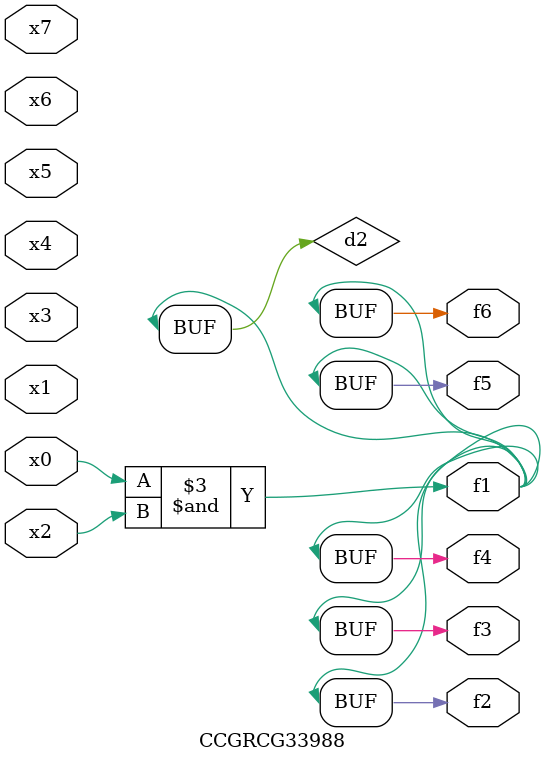
<source format=v>
module CCGRCG33988(
	input x0, x1, x2, x3, x4, x5, x6, x7,
	output f1, f2, f3, f4, f5, f6
);

	wire d1, d2;

	nor (d1, x3, x6);
	and (d2, x0, x2);
	assign f1 = d2;
	assign f2 = d2;
	assign f3 = d2;
	assign f4 = d2;
	assign f5 = d2;
	assign f6 = d2;
endmodule

</source>
